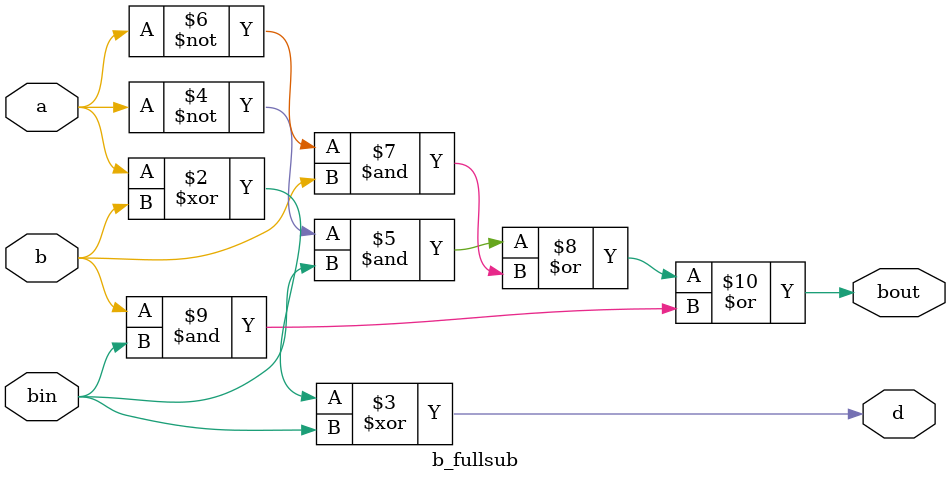
<source format=v>
module b_fullsub(a,b,bin,bout,d);
    input a,b,bin;
    output reg bout,d;
    reg w,d1,b1,b2;
    always@(*)begin
        d = (a^b)^bin;
        bout = ((~a)&bin)|((~a)&b)|(b&bin);
    end
endmodule

</source>
